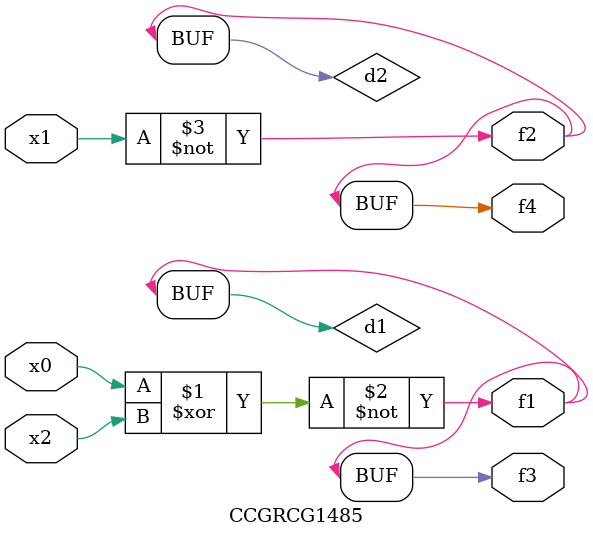
<source format=v>
module CCGRCG1485(
	input x0, x1, x2,
	output f1, f2, f3, f4
);

	wire d1, d2, d3;

	xnor (d1, x0, x2);
	nand (d2, x1);
	nor (d3, x1, x2);
	assign f1 = d1;
	assign f2 = d2;
	assign f3 = d1;
	assign f4 = d2;
endmodule

</source>
